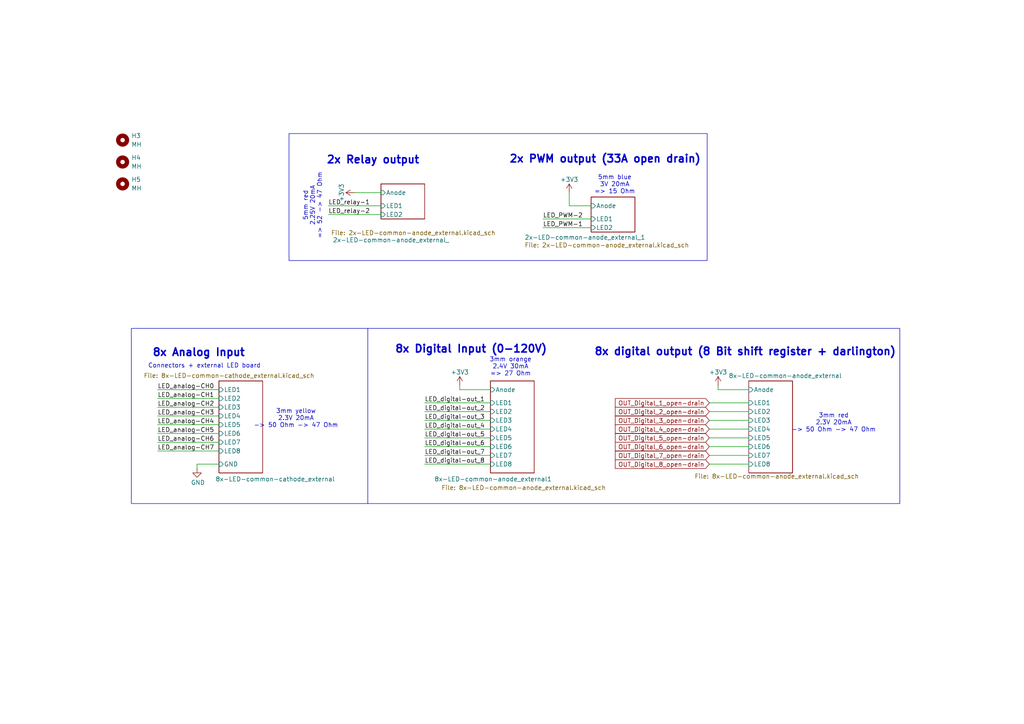
<source format=kicad_sch>
(kicad_sch (version 20231120) (generator "eeschema") (generator_version "8.0")
  (paper "A4")
  (title_block (title "pi-interface-board: LED-boards") (date "2024-11-12") (rev "1.0") (company "SCHERDEL GmbH") (comment 1 "Led boards integrated in housing"))
  (lib_symbols
    (symbol "Mechanical:MountingHole" (pin_names (offset 1.016)) (exclude_from_sim yes) (in_bom no)
      (property "Reference" "H" (at 0 5.08 0))
      (property "Value" "MountingHole" (at 0 3.175 0))
      (symbol "MountingHole_0_1"
        (circle (center 0 0) (radius 1.27) (stroke (width 1.27)))
      )
    )
    (symbol "power:+3V3" (power) (pin_numbers hide) (pin_names (offset 0) hide)
      (property "Value" "+3V3" (at 0 3.556 0))
      (symbol "+3V3_0_1"
        (polyline (pts (xy -0.762 1.27) (xy 0 2.54)))
        (polyline (pts (xy 0 0) (xy 0 2.54)))
        (polyline (pts (xy 0 2.54) (xy 0.762 1.27)))
      )
      (symbol "+3V3_1_1"
        (pin power_in line (at 0 0 90) (length 0) (name "~") (number "1"))
      )
    )
    (symbol "power:GND" (power) (pin_numbers hide) (pin_names (offset 0) hide)
      (property "Value" "GND" (at 0 -3.81 0))
      (symbol "GND_0_1"
        (polyline (pts (xy 0 0) (xy 0 -1.27) (xy 1.27 -1.27) (xy 0 -2.54) (xy -1.27 -1.27) (xy 0 -1.27)))
      )
      (symbol "GND_1_1"
        (pin power_in line (at 0 0 270) (length 0) (name "~") (number "1"))
      )
    )
  )
  (wire (pts (xy 123.19 119.38) (xy 142.24 119.38)))
  (wire (pts (xy 57.15 134.62) (xy 63.5 134.62)))
  (wire (pts (xy 205.74 129.54) (xy 217.17 129.54)))
  (wire (pts (xy 157.48 66.04) (xy 171.45 66.04)))
  (wire (pts (xy 45.72 118.11) (xy 63.5 118.11)))
  (wire (pts (xy 57.15 134.62) (xy 57.15 135.89)))
  (wire (pts (xy 45.72 125.73) (xy 63.5 125.73)))
  (wire (pts (xy 205.74 127) (xy 217.17 127)))
  (wire (pts (xy 102.87 55.88) (xy 110.49 55.88)))
  (wire (pts (xy 165.1 59.69) (xy 171.45 59.69)))
  (wire (pts (xy 123.19 127) (xy 142.24 127)))
  (wire (pts (xy 205.74 134.62) (xy 217.17 134.62)))
  (polyline (pts (xy 106.68 95.25) (xy 106.68 146.05)))
  (wire (pts (xy 208.28 113.03) (xy 217.17 113.03)))
  (wire (pts (xy 45.72 123.19) (xy 63.5 123.19)))
  (wire (pts (xy 45.72 115.57) (xy 63.5 115.57)))
  (wire (pts (xy 133.35 111.76) (xy 133.35 113.03)))
  (wire (pts (xy 133.35 113.03) (xy 142.24 113.03)))
  (wire (pts (xy 45.72 120.65) (xy 63.5 120.65)))
  (wire (pts (xy 205.74 119.38) (xy 217.17 119.38)))
  (wire (pts (xy 45.72 130.81) (xy 63.5 130.81)))
  (wire (pts (xy 123.19 129.54) (xy 142.24 129.54)))
  (wire (pts (xy 205.74 124.46) (xy 217.17 124.46)))
  (wire (pts (xy 123.19 121.92) (xy 142.24 121.92)))
  (wire (pts (xy 123.19 116.84) (xy 142.24 116.84)))
  (wire (pts (xy 45.72 113.03) (xy 63.5 113.03)))
  (wire (pts (xy 157.48 63.5) (xy 171.45 63.5)))
  (wire (pts (xy 45.72 128.27) (xy 63.5 128.27)))
  (wire (pts (xy 95.25 62.23) (xy 110.49 62.23)))
  (wire (pts (xy 205.74 121.92) (xy 217.17 121.92)))
  (wire (pts (xy 208.28 111.76) (xy 208.28 113.03)))
  (wire (pts (xy 205.74 132.08) (xy 217.17 132.08)))
  (wire (pts (xy 95.25 59.69) (xy 110.49 59.69)))
  (wire (pts (xy 123.19 124.46) (xy 142.24 124.46)))
  (wire (pts (xy 123.19 134.62) (xy 142.24 134.62)))
  (wire (pts (xy 123.19 132.08) (xy 142.24 132.08)))
  (wire (pts (xy 205.74 116.84) (xy 217.17 116.84)))
  (wire (pts (xy 165.1 55.88) (xy 165.1 59.69)))
  (rectangle (start 38.1 95.25) (end 260.985 146.05))
  (rectangle (start 83.82 38.735) (end 205.105 75.565))
  (text "2x PWM output (33A open drain)" (at 175.514 46.228 0) (effects (font (size 2.2 2.2) (thickness 0.44) (bold yes))))
  (text "2x Relay output" (at 108.204 46.482 0) (effects (font (size 2.2 2.2) (thickness 0.44) (bold yes))))
  (text "8x digital output (8 Bit shift register + darlington)" (at 216.154 102.108 0) (effects (font (size 2.2 2.2) (thickness 0.44) (bold yes))))
  (text "5mm blue\n3V 20mA\n=> 15 Ohm" (at 178.308 53.594 0) (effects (font (size 1.27 1.27))))
  (text "3mm yellow\n2.3V 20mA\n-> 50 Ohm -> 47 Ohm" (at 85.852 121.412 0) (effects (font (size 1.27 1.27))))
  (text "Connectors + external LED board" (at 42.926 106.172 0) (effects (font (size 1.27 1.27)) (justify left)))
  (text "3mm red\n2.3V 20mA\n-> 50 Ohm -> 47 Ohm" (at 241.808 122.682 0) (effects (font (size 1.27 1.27))))
  (text "8x Digital Input (0-120V)" (at 136.652 101.346 0) (effects (font (size 2.2 2.2) (thickness 0.44) (bold yes))))
  (text "3mm orange\n2.4V 30mA\n=> 27 Ohm" (at 148.082 106.426 0) (effects (font (size 1.27 1.27))))
  (text "5mm red\n2.25V 20mA\n=> 52 -> 47 Ohm" (at 90.678 59.69 90) (effects (font (size 1.27 1.27))))
  (text "8x Analog Input" (at 57.658 102.362 0) (effects (font (size 2.2 2.2) (thickness 0.44) (bold yes))))
  (label "LED_digital-out_6" (at 123.19 129.54 0))
  (label "LED_digital-out_3" (at 123.19 121.92 0))
  (label "LED_digital-out_2" (at 123.19 119.38 0))
  (label "LED_PWM-2" (at 157.48 63.5 0))
  (label "LED_digital-out_4" (at 123.19 124.46 0))
  (label "LED_analog-CH7" (at 45.72 130.81 0))
  (label "LED_digital-out_1" (at 123.19 116.84 0))
  (label "LED_digital-out_8" (at 123.19 134.62 0))
  (label "LED_PWM-1" (at 157.48 66.04 0))
  (label "LED_analog-CH6" (at 45.72 128.27 0))
  (label "LED_analog-CH1" (at 45.72 115.57 0))
  (label "LED_analog-CH3" (at 45.72 120.65 0))
  (label "LED_digital-out_7" (at 123.19 132.08 0))
  (label "LED_analog-CH0" (at 45.72 113.03 0))
  (label "LED_relay-2" (at 95.25 62.23 0))
  (label "LED_digital-out_5" (at 123.19 127 0))
  (label "LED_analog-CH2" (at 45.72 118.11 0))
  (label "LED_relay-1" (at 95.25 59.69 0))
  (label "LED_analog-CH5" (at 45.72 125.73 0))
  (label "LED_analog-CH4" (at 45.72 123.19 0))
  (global_label "OUT_Digital_6_open-drain" (shape input) (at 205.74 129.54 180) (property "Intersheetrefs" "${INTERSHEET_REFS}" (effects (hide yes))))
  (global_label "OUT_Digital_7_open-drain" (shape input) (at 205.74 132.08 180) (property "Intersheetrefs" "${INTERSHEET_REFS}" (effects (hide yes))))
  (global_label "OUT_Digital_3_open-drain" (shape input) (at 205.74 121.92 180) (property "Intersheetrefs" "${INTERSHEET_REFS}" (effects (hide yes))))
  (global_label "OUT_Digital_1_open-drain" (shape input) (at 205.74 116.84 180) (property "Intersheetrefs" "${INTERSHEET_REFS}" (effects (hide yes))))
  (global_label "OUT_Digital_5_open-drain" (shape input) (at 205.74 127 180) (property "Intersheetrefs" "${INTERSHEET_REFS}" (effects (hide yes))))
  (global_label "OUT_Digital_4_open-drain" (shape input) (at 205.74 124.46 180) (property "Intersheetrefs" "${INTERSHEET_REFS}" (effects (hide yes))))
  (global_label "OUT_Digital_8_open-drain" (shape input) (at 205.74 134.62 180) (property "Intersheetrefs" "${INTERSHEET_REFS}" (effects (hide yes))))
  (global_label "OUT_Digital_2_open-drain" (shape input) (at 205.74 119.38 180) (property "Intersheetrefs" "${INTERSHEET_REFS}" (effects (hide yes))))
  (symbol (lib_id "power:+3V3") (at 133.35 111.76 0) (unit 1)
    (property "Reference" "#PWR053" (effects (hide yes)))
    (property "Value" "+3V3" (at 133.35 107.95 0))
    (property "Description" "Power symbol creates a global label with name \"+3V3\"" (effects (hide yes)))
  )
  (symbol (lib_id "power:+3V3") (at 208.28 111.76 0) (unit 1)
    (property "Reference" "#PWR035" (effects (hide yes)))
    (property "Value" "+3V3" (at 208.28 107.95 0))
    (property "Description" "Power symbol creates a global label with name \"+3V3\"" (effects (hide yes)))
  )
  (symbol (lib_id "Mechanical:MountingHole") (at 35.56 40.64 0) (unit 1) (exclude_from_sim yes) (in_bom no)
    (property "Reference" "H3" (at 38.1 39.3699 0) (effects (justify left)))
    (property "Value" "MH" (at 38.1 41.9099 0) (effects (justify left)))
    (property "Footprint" "MountingHole:MountingHole_2.2mm_M2_ISO14580" (effects (hide yes)))
    (property "Description" "Mounting Hole without connection" (effects (hide yes)))
  )
  (symbol (lib_id "power:GND") (at 57.15 135.89 0) (unit 1)
    (property "Reference" "#PWR049" (effects (hide yes)))
    (property "Value" "GND" (at 57.404 139.954 0))
    (property "Description" "Power symbol creates a global label with name \"GND\" , ground" (effects (hide yes)))
  )
  (symbol (lib_id "power:+3V3") (at 165.1 55.88 0) (unit 1)
    (property "Reference" "#PWR056" (effects (hide yes)))
    (property "Value" "+3V3" (at 165.1 52.07 0))
    (property "Description" "Power symbol creates a global label with name \"+3V3\"" (effects (hide yes)))
  )
  (symbol (lib_id "Mechanical:MountingHole") (at 35.56 53.34 0) (unit 1) (exclude_from_sim yes) (in_bom no)
    (property "Reference" "H5" (at 38.1 52.0699 0) (effects (justify left)))
    (property "Value" "MH" (at 38.1 54.6099 0) (effects (justify left)))
    (property "Footprint" "MountingHole:MountingHole_2.2mm_M2_ISO14580" (effects (hide yes)))
    (property "Description" "Mounting Hole without connection" (effects (hide yes)))
  )
  (symbol (lib_id "Mechanical:MountingHole") (at 35.56 46.99 0) (unit 1) (exclude_from_sim yes) (in_bom no)
    (property "Reference" "H4" (at 38.1 45.7199 0) (effects (justify left)))
    (property "Value" "MH" (at 38.1 48.2599 0) (effects (justify left)))
    (property "Footprint" "MountingHole:MountingHole_2.2mm_M2_ISO14580" (effects (hide yes)))
    (property "Description" "Mounting Hole without connection" (effects (hide yes)))
  )
  (symbol (lib_id "power:+3V3") (at 102.87 55.88 90) (unit 1)
    (property "Reference" "#PWR058" (effects (hide yes)))
    (property "Value" "+3V3" (at 99.06 55.88 0))
    (property "Description" "Power symbol creates a global label with name \"+3V3\"" (effects (hide yes)))
  )
  (sheet (at 63.5 110.49) (size 12.7 26.67) (stroke (width 0.1524))
    (property "Sheetname" "8x-LED-common-cathode_external" (at 62.484 139.7 0) (effects (justify left bottom)))
    (property "Sheetfile" "8x-LED-common-cathode_external.kicad_sch" (at 41.656 108.204 0) (effects (justify left top)))
    (pin "LED5" input (at 63.5 123.19 180))
    (pin "LED3" input (at 63.5 118.11 180))
    (pin "LED4" input (at 63.5 120.65 180))
    (pin "LED7" input (at 63.5 128.27 180))
    (pin "GND" input (at 63.5 134.62 180))
    (pin "LED6" input (at 63.5 125.73 180))
    (pin "LED8" input (at 63.5 130.81 180))
    (pin "LED2" input (at 63.5 115.57 180))
    (pin "LED1" input (at 63.5 113.03 180))
  )
  (sheet (at 217.17 110.49) (size 12.7 26.67) (stroke (width 0.1524))
    (property "Sheetname" "8x-LED-common-anode_external" (at 211.328 109.728 0) (effects (justify left bottom)))
    (property "Sheetfile" "8x-LED-common-anode_external.kicad_sch" (at 201.422 137.414 0) (effects (justify left top)))
    (pin "LED1" input (at 217.17 116.84 180))
    (pin "LED2" input (at 217.17 119.38 180))
    (pin "LED3" input (at 217.17 121.92 180))
    (pin "LED4" input (at 217.17 124.46 180))
    (pin "LED5" input (at 217.17 127 180))
    (pin "LED7" input (at 217.17 132.08 180))
    (pin "LED8" input (at 217.17 134.62 180))
    (pin "LED6" input (at 217.17 129.54 180))
    (pin "Anode" input (at 217.17 113.03 180))
  )
  (sheet (at 110.49 53.34) (size 12.7 10.16) (stroke (width 0.1524))
    (property "Sheetname" "2x-LED-common-anode_external_" (at 96.52 70.358 0) (effects (justify left bottom)))
    (property "Sheetfile" "2x-LED-common-anode_external.kicad_sch" (at 96.012 66.802 0) (effects (justify left top)))
    (pin "LED1" input (at 110.49 59.69 180))
    (pin "Anode" input (at 110.49 55.88 180))
    (pin "LED2" input (at 110.49 62.23 180))
  )
  (sheet (at 171.45 57.15) (size 12.7 10.16) (stroke (width 0.1524))
    (property "Sheetname" "2x-LED-common-anode_external_1" (at 152.146 69.596 0) (effects (justify left bottom)))
    (property "Sheetfile" "2x-LED-common-anode_external.kicad_sch" (at 152.146 70.358 0) (effects (justify left top)))
    (pin "LED1" input (at 171.45 63.5 180))
    (pin "Anode" input (at 171.45 59.69 180))
    (pin "LED2" input (at 171.45 66.04 180))
  )
  (sheet (at 142.24 110.49) (size 12.7 26.67) (stroke (width 0.1524))
    (property "Sheetname" "8x-LED-common-anode_external1" (at 125.984 139.7 0) (effects (justify left bottom)))
    (property "Sheetfile" "8x-LED-common-anode_external.kicad_sch" (at 128.016 140.716 0) (effects (justify left top)))
    (pin "LED1" input (at 142.24 116.84 180))
    (pin "LED2" input (at 142.24 119.38 180))
    (pin "LED3" input (at 142.24 121.92 180))
    (pin "LED4" input (at 142.24 124.46 180))
    (pin "LED5" input (at 142.24 127 180))
    (pin "LED7" input (at 142.24 132.08 180))
    (pin "LED8" input (at 142.24 134.62 180))
    (pin "LED6" input (at 142.24 129.54 180))
    (pin "Anode" input (at 142.24 113.03 180))
  )
)
</source>
